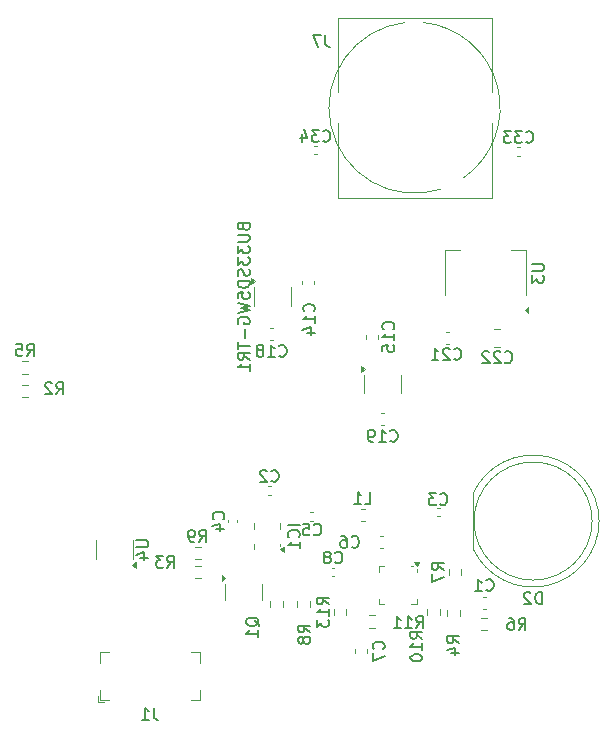
<source format=gbr>
%TF.GenerationSoftware,KiCad,Pcbnew,8.0.1-8.0.1-1~ubuntu22.04.1*%
%TF.CreationDate,2024-05-06T17:23:11+02:00*%
%TF.ProjectId,Pojet 1A,506f6a65-7420-4314-912e-6b696361645f,rev?*%
%TF.SameCoordinates,Original*%
%TF.FileFunction,Legend,Bot*%
%TF.FilePolarity,Positive*%
%FSLAX46Y46*%
G04 Gerber Fmt 4.6, Leading zero omitted, Abs format (unit mm)*
G04 Created by KiCad (PCBNEW 8.0.1-8.0.1-1~ubuntu22.04.1) date 2024-05-06 17:23:11*
%MOMM*%
%LPD*%
G01*
G04 APERTURE LIST*
%ADD10C,0.150000*%
%ADD11C,0.120000*%
G04 APERTURE END LIST*
D10*
X160242857Y-75799580D02*
X160290476Y-75847200D01*
X160290476Y-75847200D02*
X160433333Y-75894819D01*
X160433333Y-75894819D02*
X160528571Y-75894819D01*
X160528571Y-75894819D02*
X160671428Y-75847200D01*
X160671428Y-75847200D02*
X160766666Y-75751961D01*
X160766666Y-75751961D02*
X160814285Y-75656723D01*
X160814285Y-75656723D02*
X160861904Y-75466247D01*
X160861904Y-75466247D02*
X160861904Y-75323390D01*
X160861904Y-75323390D02*
X160814285Y-75132914D01*
X160814285Y-75132914D02*
X160766666Y-75037676D01*
X160766666Y-75037676D02*
X160671428Y-74942438D01*
X160671428Y-74942438D02*
X160528571Y-74894819D01*
X160528571Y-74894819D02*
X160433333Y-74894819D01*
X160433333Y-74894819D02*
X160290476Y-74942438D01*
X160290476Y-74942438D02*
X160242857Y-74990057D01*
X159909523Y-74894819D02*
X159290476Y-74894819D01*
X159290476Y-74894819D02*
X159623809Y-75275771D01*
X159623809Y-75275771D02*
X159480952Y-75275771D01*
X159480952Y-75275771D02*
X159385714Y-75323390D01*
X159385714Y-75323390D02*
X159338095Y-75371009D01*
X159338095Y-75371009D02*
X159290476Y-75466247D01*
X159290476Y-75466247D02*
X159290476Y-75704342D01*
X159290476Y-75704342D02*
X159338095Y-75799580D01*
X159338095Y-75799580D02*
X159385714Y-75847200D01*
X159385714Y-75847200D02*
X159480952Y-75894819D01*
X159480952Y-75894819D02*
X159766666Y-75894819D01*
X159766666Y-75894819D02*
X159861904Y-75847200D01*
X159861904Y-75847200D02*
X159909523Y-75799580D01*
X158433333Y-75228152D02*
X158433333Y-75894819D01*
X158671428Y-74847200D02*
X158909523Y-75561485D01*
X158909523Y-75561485D02*
X158290476Y-75561485D01*
X153501009Y-83095238D02*
X153548628Y-83238095D01*
X153548628Y-83238095D02*
X153596247Y-83285714D01*
X153596247Y-83285714D02*
X153691485Y-83333333D01*
X153691485Y-83333333D02*
X153834342Y-83333333D01*
X153834342Y-83333333D02*
X153929580Y-83285714D01*
X153929580Y-83285714D02*
X153977200Y-83238095D01*
X153977200Y-83238095D02*
X154024819Y-83142857D01*
X154024819Y-83142857D02*
X154024819Y-82761905D01*
X154024819Y-82761905D02*
X153024819Y-82761905D01*
X153024819Y-82761905D02*
X153024819Y-83095238D01*
X153024819Y-83095238D02*
X153072438Y-83190476D01*
X153072438Y-83190476D02*
X153120057Y-83238095D01*
X153120057Y-83238095D02*
X153215295Y-83285714D01*
X153215295Y-83285714D02*
X153310533Y-83285714D01*
X153310533Y-83285714D02*
X153405771Y-83238095D01*
X153405771Y-83238095D02*
X153453390Y-83190476D01*
X153453390Y-83190476D02*
X153501009Y-83095238D01*
X153501009Y-83095238D02*
X153501009Y-82761905D01*
X153024819Y-83761905D02*
X153834342Y-83761905D01*
X153834342Y-83761905D02*
X153929580Y-83809524D01*
X153929580Y-83809524D02*
X153977200Y-83857143D01*
X153977200Y-83857143D02*
X154024819Y-83952381D01*
X154024819Y-83952381D02*
X154024819Y-84142857D01*
X154024819Y-84142857D02*
X153977200Y-84238095D01*
X153977200Y-84238095D02*
X153929580Y-84285714D01*
X153929580Y-84285714D02*
X153834342Y-84333333D01*
X153834342Y-84333333D02*
X153024819Y-84333333D01*
X153024819Y-84714286D02*
X153024819Y-85333333D01*
X153024819Y-85333333D02*
X153405771Y-85000000D01*
X153405771Y-85000000D02*
X153405771Y-85142857D01*
X153405771Y-85142857D02*
X153453390Y-85238095D01*
X153453390Y-85238095D02*
X153501009Y-85285714D01*
X153501009Y-85285714D02*
X153596247Y-85333333D01*
X153596247Y-85333333D02*
X153834342Y-85333333D01*
X153834342Y-85333333D02*
X153929580Y-85285714D01*
X153929580Y-85285714D02*
X153977200Y-85238095D01*
X153977200Y-85238095D02*
X154024819Y-85142857D01*
X154024819Y-85142857D02*
X154024819Y-84857143D01*
X154024819Y-84857143D02*
X153977200Y-84761905D01*
X153977200Y-84761905D02*
X153929580Y-84714286D01*
X153024819Y-85666667D02*
X153024819Y-86285714D01*
X153024819Y-86285714D02*
X153405771Y-85952381D01*
X153405771Y-85952381D02*
X153405771Y-86095238D01*
X153405771Y-86095238D02*
X153453390Y-86190476D01*
X153453390Y-86190476D02*
X153501009Y-86238095D01*
X153501009Y-86238095D02*
X153596247Y-86285714D01*
X153596247Y-86285714D02*
X153834342Y-86285714D01*
X153834342Y-86285714D02*
X153929580Y-86238095D01*
X153929580Y-86238095D02*
X153977200Y-86190476D01*
X153977200Y-86190476D02*
X154024819Y-86095238D01*
X154024819Y-86095238D02*
X154024819Y-85809524D01*
X154024819Y-85809524D02*
X153977200Y-85714286D01*
X153977200Y-85714286D02*
X153929580Y-85666667D01*
X153977200Y-86666667D02*
X154024819Y-86809524D01*
X154024819Y-86809524D02*
X154024819Y-87047619D01*
X154024819Y-87047619D02*
X153977200Y-87142857D01*
X153977200Y-87142857D02*
X153929580Y-87190476D01*
X153929580Y-87190476D02*
X153834342Y-87238095D01*
X153834342Y-87238095D02*
X153739104Y-87238095D01*
X153739104Y-87238095D02*
X153643866Y-87190476D01*
X153643866Y-87190476D02*
X153596247Y-87142857D01*
X153596247Y-87142857D02*
X153548628Y-87047619D01*
X153548628Y-87047619D02*
X153501009Y-86857143D01*
X153501009Y-86857143D02*
X153453390Y-86761905D01*
X153453390Y-86761905D02*
X153405771Y-86714286D01*
X153405771Y-86714286D02*
X153310533Y-86666667D01*
X153310533Y-86666667D02*
X153215295Y-86666667D01*
X153215295Y-86666667D02*
X153120057Y-86714286D01*
X153120057Y-86714286D02*
X153072438Y-86761905D01*
X153072438Y-86761905D02*
X153024819Y-86857143D01*
X153024819Y-86857143D02*
X153024819Y-87095238D01*
X153024819Y-87095238D02*
X153072438Y-87238095D01*
X154024819Y-87666667D02*
X153024819Y-87666667D01*
X153024819Y-87666667D02*
X153024819Y-87904762D01*
X153024819Y-87904762D02*
X153072438Y-88047619D01*
X153072438Y-88047619D02*
X153167676Y-88142857D01*
X153167676Y-88142857D02*
X153262914Y-88190476D01*
X153262914Y-88190476D02*
X153453390Y-88238095D01*
X153453390Y-88238095D02*
X153596247Y-88238095D01*
X153596247Y-88238095D02*
X153786723Y-88190476D01*
X153786723Y-88190476D02*
X153881961Y-88142857D01*
X153881961Y-88142857D02*
X153977200Y-88047619D01*
X153977200Y-88047619D02*
X154024819Y-87904762D01*
X154024819Y-87904762D02*
X154024819Y-87666667D01*
X153024819Y-89142857D02*
X153024819Y-88666667D01*
X153024819Y-88666667D02*
X153501009Y-88619048D01*
X153501009Y-88619048D02*
X153453390Y-88666667D01*
X153453390Y-88666667D02*
X153405771Y-88761905D01*
X153405771Y-88761905D02*
X153405771Y-89000000D01*
X153405771Y-89000000D02*
X153453390Y-89095238D01*
X153453390Y-89095238D02*
X153501009Y-89142857D01*
X153501009Y-89142857D02*
X153596247Y-89190476D01*
X153596247Y-89190476D02*
X153834342Y-89190476D01*
X153834342Y-89190476D02*
X153929580Y-89142857D01*
X153929580Y-89142857D02*
X153977200Y-89095238D01*
X153977200Y-89095238D02*
X154024819Y-89000000D01*
X154024819Y-89000000D02*
X154024819Y-88761905D01*
X154024819Y-88761905D02*
X153977200Y-88666667D01*
X153977200Y-88666667D02*
X153929580Y-88619048D01*
X153024819Y-89523810D02*
X154024819Y-89761905D01*
X154024819Y-89761905D02*
X153310533Y-89952381D01*
X153310533Y-89952381D02*
X154024819Y-90142857D01*
X154024819Y-90142857D02*
X153024819Y-90380953D01*
X153072438Y-91285714D02*
X153024819Y-91190476D01*
X153024819Y-91190476D02*
X153024819Y-91047619D01*
X153024819Y-91047619D02*
X153072438Y-90904762D01*
X153072438Y-90904762D02*
X153167676Y-90809524D01*
X153167676Y-90809524D02*
X153262914Y-90761905D01*
X153262914Y-90761905D02*
X153453390Y-90714286D01*
X153453390Y-90714286D02*
X153596247Y-90714286D01*
X153596247Y-90714286D02*
X153786723Y-90761905D01*
X153786723Y-90761905D02*
X153881961Y-90809524D01*
X153881961Y-90809524D02*
X153977200Y-90904762D01*
X153977200Y-90904762D02*
X154024819Y-91047619D01*
X154024819Y-91047619D02*
X154024819Y-91142857D01*
X154024819Y-91142857D02*
X153977200Y-91285714D01*
X153977200Y-91285714D02*
X153929580Y-91333333D01*
X153929580Y-91333333D02*
X153596247Y-91333333D01*
X153596247Y-91333333D02*
X153596247Y-91142857D01*
X153643866Y-91761905D02*
X153643866Y-92523810D01*
X153024819Y-92857143D02*
X153024819Y-93428571D01*
X154024819Y-93142857D02*
X153024819Y-93142857D01*
X154024819Y-94333333D02*
X153548628Y-94000000D01*
X154024819Y-93761905D02*
X153024819Y-93761905D01*
X153024819Y-93761905D02*
X153024819Y-94142857D01*
X153024819Y-94142857D02*
X153072438Y-94238095D01*
X153072438Y-94238095D02*
X153120057Y-94285714D01*
X153120057Y-94285714D02*
X153215295Y-94333333D01*
X153215295Y-94333333D02*
X153358152Y-94333333D01*
X153358152Y-94333333D02*
X153453390Y-94285714D01*
X153453390Y-94285714D02*
X153501009Y-94238095D01*
X153501009Y-94238095D02*
X153548628Y-94142857D01*
X153548628Y-94142857D02*
X153548628Y-93761905D01*
X154024819Y-95285714D02*
X154024819Y-94714286D01*
X154024819Y-95000000D02*
X153024819Y-95000000D01*
X153024819Y-95000000D02*
X153167676Y-94904762D01*
X153167676Y-94904762D02*
X153262914Y-94809524D01*
X153262914Y-94809524D02*
X153310533Y-94714286D01*
X177442857Y-75899580D02*
X177490476Y-75947200D01*
X177490476Y-75947200D02*
X177633333Y-75994819D01*
X177633333Y-75994819D02*
X177728571Y-75994819D01*
X177728571Y-75994819D02*
X177871428Y-75947200D01*
X177871428Y-75947200D02*
X177966666Y-75851961D01*
X177966666Y-75851961D02*
X178014285Y-75756723D01*
X178014285Y-75756723D02*
X178061904Y-75566247D01*
X178061904Y-75566247D02*
X178061904Y-75423390D01*
X178061904Y-75423390D02*
X178014285Y-75232914D01*
X178014285Y-75232914D02*
X177966666Y-75137676D01*
X177966666Y-75137676D02*
X177871428Y-75042438D01*
X177871428Y-75042438D02*
X177728571Y-74994819D01*
X177728571Y-74994819D02*
X177633333Y-74994819D01*
X177633333Y-74994819D02*
X177490476Y-75042438D01*
X177490476Y-75042438D02*
X177442857Y-75090057D01*
X177109523Y-74994819D02*
X176490476Y-74994819D01*
X176490476Y-74994819D02*
X176823809Y-75375771D01*
X176823809Y-75375771D02*
X176680952Y-75375771D01*
X176680952Y-75375771D02*
X176585714Y-75423390D01*
X176585714Y-75423390D02*
X176538095Y-75471009D01*
X176538095Y-75471009D02*
X176490476Y-75566247D01*
X176490476Y-75566247D02*
X176490476Y-75804342D01*
X176490476Y-75804342D02*
X176538095Y-75899580D01*
X176538095Y-75899580D02*
X176585714Y-75947200D01*
X176585714Y-75947200D02*
X176680952Y-75994819D01*
X176680952Y-75994819D02*
X176966666Y-75994819D01*
X176966666Y-75994819D02*
X177061904Y-75947200D01*
X177061904Y-75947200D02*
X177109523Y-75899580D01*
X176157142Y-74994819D02*
X175538095Y-74994819D01*
X175538095Y-74994819D02*
X175871428Y-75375771D01*
X175871428Y-75375771D02*
X175728571Y-75375771D01*
X175728571Y-75375771D02*
X175633333Y-75423390D01*
X175633333Y-75423390D02*
X175585714Y-75471009D01*
X175585714Y-75471009D02*
X175538095Y-75566247D01*
X175538095Y-75566247D02*
X175538095Y-75804342D01*
X175538095Y-75804342D02*
X175585714Y-75899580D01*
X175585714Y-75899580D02*
X175633333Y-75947200D01*
X175633333Y-75947200D02*
X175728571Y-75994819D01*
X175728571Y-75994819D02*
X176014285Y-75994819D01*
X176014285Y-75994819D02*
X176109523Y-75947200D01*
X176109523Y-75947200D02*
X176157142Y-75899580D01*
X170166666Y-106559580D02*
X170214285Y-106607200D01*
X170214285Y-106607200D02*
X170357142Y-106654819D01*
X170357142Y-106654819D02*
X170452380Y-106654819D01*
X170452380Y-106654819D02*
X170595237Y-106607200D01*
X170595237Y-106607200D02*
X170690475Y-106511961D01*
X170690475Y-106511961D02*
X170738094Y-106416723D01*
X170738094Y-106416723D02*
X170785713Y-106226247D01*
X170785713Y-106226247D02*
X170785713Y-106083390D01*
X170785713Y-106083390D02*
X170738094Y-105892914D01*
X170738094Y-105892914D02*
X170690475Y-105797676D01*
X170690475Y-105797676D02*
X170595237Y-105702438D01*
X170595237Y-105702438D02*
X170452380Y-105654819D01*
X170452380Y-105654819D02*
X170357142Y-105654819D01*
X170357142Y-105654819D02*
X170214285Y-105702438D01*
X170214285Y-105702438D02*
X170166666Y-105750057D01*
X169833332Y-105654819D02*
X169214285Y-105654819D01*
X169214285Y-105654819D02*
X169547618Y-106035771D01*
X169547618Y-106035771D02*
X169404761Y-106035771D01*
X169404761Y-106035771D02*
X169309523Y-106083390D01*
X169309523Y-106083390D02*
X169261904Y-106131009D01*
X169261904Y-106131009D02*
X169214285Y-106226247D01*
X169214285Y-106226247D02*
X169214285Y-106464342D01*
X169214285Y-106464342D02*
X169261904Y-106559580D01*
X169261904Y-106559580D02*
X169309523Y-106607200D01*
X169309523Y-106607200D02*
X169404761Y-106654819D01*
X169404761Y-106654819D02*
X169690475Y-106654819D01*
X169690475Y-106654819D02*
X169785713Y-106607200D01*
X169785713Y-106607200D02*
X169833332Y-106559580D01*
X175642857Y-94539580D02*
X175690476Y-94587200D01*
X175690476Y-94587200D02*
X175833333Y-94634819D01*
X175833333Y-94634819D02*
X175928571Y-94634819D01*
X175928571Y-94634819D02*
X176071428Y-94587200D01*
X176071428Y-94587200D02*
X176166666Y-94491961D01*
X176166666Y-94491961D02*
X176214285Y-94396723D01*
X176214285Y-94396723D02*
X176261904Y-94206247D01*
X176261904Y-94206247D02*
X176261904Y-94063390D01*
X176261904Y-94063390D02*
X176214285Y-93872914D01*
X176214285Y-93872914D02*
X176166666Y-93777676D01*
X176166666Y-93777676D02*
X176071428Y-93682438D01*
X176071428Y-93682438D02*
X175928571Y-93634819D01*
X175928571Y-93634819D02*
X175833333Y-93634819D01*
X175833333Y-93634819D02*
X175690476Y-93682438D01*
X175690476Y-93682438D02*
X175642857Y-93730057D01*
X175261904Y-93730057D02*
X175214285Y-93682438D01*
X175214285Y-93682438D02*
X175119047Y-93634819D01*
X175119047Y-93634819D02*
X174880952Y-93634819D01*
X174880952Y-93634819D02*
X174785714Y-93682438D01*
X174785714Y-93682438D02*
X174738095Y-93730057D01*
X174738095Y-93730057D02*
X174690476Y-93825295D01*
X174690476Y-93825295D02*
X174690476Y-93920533D01*
X174690476Y-93920533D02*
X174738095Y-94063390D01*
X174738095Y-94063390D02*
X175309523Y-94634819D01*
X175309523Y-94634819D02*
X174690476Y-94634819D01*
X174309523Y-93730057D02*
X174261904Y-93682438D01*
X174261904Y-93682438D02*
X174166666Y-93634819D01*
X174166666Y-93634819D02*
X173928571Y-93634819D01*
X173928571Y-93634819D02*
X173833333Y-93682438D01*
X173833333Y-93682438D02*
X173785714Y-93730057D01*
X173785714Y-93730057D02*
X173738095Y-93825295D01*
X173738095Y-93825295D02*
X173738095Y-93920533D01*
X173738095Y-93920533D02*
X173785714Y-94063390D01*
X173785714Y-94063390D02*
X174357142Y-94634819D01*
X174357142Y-94634819D02*
X173738095Y-94634819D01*
X156542857Y-93989580D02*
X156590476Y-94037200D01*
X156590476Y-94037200D02*
X156733333Y-94084819D01*
X156733333Y-94084819D02*
X156828571Y-94084819D01*
X156828571Y-94084819D02*
X156971428Y-94037200D01*
X156971428Y-94037200D02*
X157066666Y-93941961D01*
X157066666Y-93941961D02*
X157114285Y-93846723D01*
X157114285Y-93846723D02*
X157161904Y-93656247D01*
X157161904Y-93656247D02*
X157161904Y-93513390D01*
X157161904Y-93513390D02*
X157114285Y-93322914D01*
X157114285Y-93322914D02*
X157066666Y-93227676D01*
X157066666Y-93227676D02*
X156971428Y-93132438D01*
X156971428Y-93132438D02*
X156828571Y-93084819D01*
X156828571Y-93084819D02*
X156733333Y-93084819D01*
X156733333Y-93084819D02*
X156590476Y-93132438D01*
X156590476Y-93132438D02*
X156542857Y-93180057D01*
X155590476Y-94084819D02*
X156161904Y-94084819D01*
X155876190Y-94084819D02*
X155876190Y-93084819D01*
X155876190Y-93084819D02*
X155971428Y-93227676D01*
X155971428Y-93227676D02*
X156066666Y-93322914D01*
X156066666Y-93322914D02*
X156161904Y-93370533D01*
X155019047Y-93513390D02*
X155114285Y-93465771D01*
X155114285Y-93465771D02*
X155161904Y-93418152D01*
X155161904Y-93418152D02*
X155209523Y-93322914D01*
X155209523Y-93322914D02*
X155209523Y-93275295D01*
X155209523Y-93275295D02*
X155161904Y-93180057D01*
X155161904Y-93180057D02*
X155114285Y-93132438D01*
X155114285Y-93132438D02*
X155019047Y-93084819D01*
X155019047Y-93084819D02*
X154828571Y-93084819D01*
X154828571Y-93084819D02*
X154733333Y-93132438D01*
X154733333Y-93132438D02*
X154685714Y-93180057D01*
X154685714Y-93180057D02*
X154638095Y-93275295D01*
X154638095Y-93275295D02*
X154638095Y-93322914D01*
X154638095Y-93322914D02*
X154685714Y-93418152D01*
X154685714Y-93418152D02*
X154733333Y-93465771D01*
X154733333Y-93465771D02*
X154828571Y-93513390D01*
X154828571Y-93513390D02*
X155019047Y-93513390D01*
X155019047Y-93513390D02*
X155114285Y-93561009D01*
X155114285Y-93561009D02*
X155161904Y-93608628D01*
X155161904Y-93608628D02*
X155209523Y-93703866D01*
X155209523Y-93703866D02*
X155209523Y-93894342D01*
X155209523Y-93894342D02*
X155161904Y-93989580D01*
X155161904Y-93989580D02*
X155114285Y-94037200D01*
X155114285Y-94037200D02*
X155019047Y-94084819D01*
X155019047Y-94084819D02*
X154828571Y-94084819D01*
X154828571Y-94084819D02*
X154733333Y-94037200D01*
X154733333Y-94037200D02*
X154685714Y-93989580D01*
X154685714Y-93989580D02*
X154638095Y-93894342D01*
X154638095Y-93894342D02*
X154638095Y-93703866D01*
X154638095Y-93703866D02*
X154685714Y-93608628D01*
X154685714Y-93608628D02*
X154733333Y-93561009D01*
X154733333Y-93561009D02*
X154828571Y-93513390D01*
X165942857Y-101189580D02*
X165990476Y-101237200D01*
X165990476Y-101237200D02*
X166133333Y-101284819D01*
X166133333Y-101284819D02*
X166228571Y-101284819D01*
X166228571Y-101284819D02*
X166371428Y-101237200D01*
X166371428Y-101237200D02*
X166466666Y-101141961D01*
X166466666Y-101141961D02*
X166514285Y-101046723D01*
X166514285Y-101046723D02*
X166561904Y-100856247D01*
X166561904Y-100856247D02*
X166561904Y-100713390D01*
X166561904Y-100713390D02*
X166514285Y-100522914D01*
X166514285Y-100522914D02*
X166466666Y-100427676D01*
X166466666Y-100427676D02*
X166371428Y-100332438D01*
X166371428Y-100332438D02*
X166228571Y-100284819D01*
X166228571Y-100284819D02*
X166133333Y-100284819D01*
X166133333Y-100284819D02*
X165990476Y-100332438D01*
X165990476Y-100332438D02*
X165942857Y-100380057D01*
X164990476Y-101284819D02*
X165561904Y-101284819D01*
X165276190Y-101284819D02*
X165276190Y-100284819D01*
X165276190Y-100284819D02*
X165371428Y-100427676D01*
X165371428Y-100427676D02*
X165466666Y-100522914D01*
X165466666Y-100522914D02*
X165561904Y-100570533D01*
X164514285Y-101284819D02*
X164323809Y-101284819D01*
X164323809Y-101284819D02*
X164228571Y-101237200D01*
X164228571Y-101237200D02*
X164180952Y-101189580D01*
X164180952Y-101189580D02*
X164085714Y-101046723D01*
X164085714Y-101046723D02*
X164038095Y-100856247D01*
X164038095Y-100856247D02*
X164038095Y-100475295D01*
X164038095Y-100475295D02*
X164085714Y-100380057D01*
X164085714Y-100380057D02*
X164133333Y-100332438D01*
X164133333Y-100332438D02*
X164228571Y-100284819D01*
X164228571Y-100284819D02*
X164419047Y-100284819D01*
X164419047Y-100284819D02*
X164514285Y-100332438D01*
X164514285Y-100332438D02*
X164561904Y-100380057D01*
X164561904Y-100380057D02*
X164609523Y-100475295D01*
X164609523Y-100475295D02*
X164609523Y-100713390D01*
X164609523Y-100713390D02*
X164561904Y-100808628D01*
X164561904Y-100808628D02*
X164514285Y-100856247D01*
X164514285Y-100856247D02*
X164419047Y-100903866D01*
X164419047Y-100903866D02*
X164228571Y-100903866D01*
X164228571Y-100903866D02*
X164133333Y-100856247D01*
X164133333Y-100856247D02*
X164085714Y-100808628D01*
X164085714Y-100808628D02*
X164038095Y-100713390D01*
X160433333Y-66854819D02*
X160433333Y-67569104D01*
X160433333Y-67569104D02*
X160480952Y-67711961D01*
X160480952Y-67711961D02*
X160576190Y-67807200D01*
X160576190Y-67807200D02*
X160719047Y-67854819D01*
X160719047Y-67854819D02*
X160814285Y-67854819D01*
X160052380Y-66854819D02*
X159385714Y-66854819D01*
X159385714Y-66854819D02*
X159814285Y-67854819D01*
X158274819Y-108311310D02*
X157274819Y-108311310D01*
X158179580Y-109358928D02*
X158227200Y-109311309D01*
X158227200Y-109311309D02*
X158274819Y-109168452D01*
X158274819Y-109168452D02*
X158274819Y-109073214D01*
X158274819Y-109073214D02*
X158227200Y-108930357D01*
X158227200Y-108930357D02*
X158131961Y-108835119D01*
X158131961Y-108835119D02*
X158036723Y-108787500D01*
X158036723Y-108787500D02*
X157846247Y-108739881D01*
X157846247Y-108739881D02*
X157703390Y-108739881D01*
X157703390Y-108739881D02*
X157512914Y-108787500D01*
X157512914Y-108787500D02*
X157417676Y-108835119D01*
X157417676Y-108835119D02*
X157322438Y-108930357D01*
X157322438Y-108930357D02*
X157274819Y-109073214D01*
X157274819Y-109073214D02*
X157274819Y-109168452D01*
X157274819Y-109168452D02*
X157322438Y-109311309D01*
X157322438Y-109311309D02*
X157370057Y-109358928D01*
X158274819Y-110311309D02*
X158274819Y-109739881D01*
X158274819Y-110025595D02*
X157274819Y-110025595D01*
X157274819Y-110025595D02*
X157417676Y-109930357D01*
X157417676Y-109930357D02*
X157512914Y-109835119D01*
X157512914Y-109835119D02*
X157560533Y-109739881D01*
X154850057Y-116904761D02*
X154802438Y-116809523D01*
X154802438Y-116809523D02*
X154707200Y-116714285D01*
X154707200Y-116714285D02*
X154564342Y-116571428D01*
X154564342Y-116571428D02*
X154516723Y-116476190D01*
X154516723Y-116476190D02*
X154516723Y-116380952D01*
X154754819Y-116428571D02*
X154707200Y-116333333D01*
X154707200Y-116333333D02*
X154611961Y-116238095D01*
X154611961Y-116238095D02*
X154421485Y-116190476D01*
X154421485Y-116190476D02*
X154088152Y-116190476D01*
X154088152Y-116190476D02*
X153897676Y-116238095D01*
X153897676Y-116238095D02*
X153802438Y-116333333D01*
X153802438Y-116333333D02*
X153754819Y-116428571D01*
X153754819Y-116428571D02*
X153754819Y-116619047D01*
X153754819Y-116619047D02*
X153802438Y-116714285D01*
X153802438Y-116714285D02*
X153897676Y-116809523D01*
X153897676Y-116809523D02*
X154088152Y-116857142D01*
X154088152Y-116857142D02*
X154421485Y-116857142D01*
X154421485Y-116857142D02*
X154611961Y-116809523D01*
X154611961Y-116809523D02*
X154707200Y-116714285D01*
X154707200Y-116714285D02*
X154754819Y-116619047D01*
X154754819Y-116619047D02*
X154754819Y-116428571D01*
X154754819Y-117809523D02*
X154754819Y-117238095D01*
X154754819Y-117523809D02*
X153754819Y-117523809D01*
X153754819Y-117523809D02*
X153897676Y-117428571D01*
X153897676Y-117428571D02*
X153992914Y-117333333D01*
X153992914Y-117333333D02*
X154040533Y-117238095D01*
X170454819Y-112133333D02*
X169978628Y-111800000D01*
X170454819Y-111561905D02*
X169454819Y-111561905D01*
X169454819Y-111561905D02*
X169454819Y-111942857D01*
X169454819Y-111942857D02*
X169502438Y-112038095D01*
X169502438Y-112038095D02*
X169550057Y-112085714D01*
X169550057Y-112085714D02*
X169645295Y-112133333D01*
X169645295Y-112133333D02*
X169788152Y-112133333D01*
X169788152Y-112133333D02*
X169883390Y-112085714D01*
X169883390Y-112085714D02*
X169931009Y-112038095D01*
X169931009Y-112038095D02*
X169978628Y-111942857D01*
X169978628Y-111942857D02*
X169978628Y-111561905D01*
X169454819Y-112466667D02*
X169454819Y-113133333D01*
X169454819Y-113133333D02*
X170454819Y-112704762D01*
X174066666Y-113829580D02*
X174114285Y-113877200D01*
X174114285Y-113877200D02*
X174257142Y-113924819D01*
X174257142Y-113924819D02*
X174352380Y-113924819D01*
X174352380Y-113924819D02*
X174495237Y-113877200D01*
X174495237Y-113877200D02*
X174590475Y-113781961D01*
X174590475Y-113781961D02*
X174638094Y-113686723D01*
X174638094Y-113686723D02*
X174685713Y-113496247D01*
X174685713Y-113496247D02*
X174685713Y-113353390D01*
X174685713Y-113353390D02*
X174638094Y-113162914D01*
X174638094Y-113162914D02*
X174590475Y-113067676D01*
X174590475Y-113067676D02*
X174495237Y-112972438D01*
X174495237Y-112972438D02*
X174352380Y-112924819D01*
X174352380Y-112924819D02*
X174257142Y-112924819D01*
X174257142Y-112924819D02*
X174114285Y-112972438D01*
X174114285Y-112972438D02*
X174066666Y-113020057D01*
X173114285Y-113924819D02*
X173685713Y-113924819D01*
X173399999Y-113924819D02*
X173399999Y-112924819D01*
X173399999Y-112924819D02*
X173495237Y-113067676D01*
X173495237Y-113067676D02*
X173590475Y-113162914D01*
X173590475Y-113162914D02*
X173685713Y-113210533D01*
X176816666Y-117204819D02*
X177149999Y-116728628D01*
X177388094Y-117204819D02*
X177388094Y-116204819D01*
X177388094Y-116204819D02*
X177007142Y-116204819D01*
X177007142Y-116204819D02*
X176911904Y-116252438D01*
X176911904Y-116252438D02*
X176864285Y-116300057D01*
X176864285Y-116300057D02*
X176816666Y-116395295D01*
X176816666Y-116395295D02*
X176816666Y-116538152D01*
X176816666Y-116538152D02*
X176864285Y-116633390D01*
X176864285Y-116633390D02*
X176911904Y-116681009D01*
X176911904Y-116681009D02*
X177007142Y-116728628D01*
X177007142Y-116728628D02*
X177388094Y-116728628D01*
X175959523Y-116204819D02*
X176149999Y-116204819D01*
X176149999Y-116204819D02*
X176245237Y-116252438D01*
X176245237Y-116252438D02*
X176292856Y-116300057D01*
X176292856Y-116300057D02*
X176388094Y-116442914D01*
X176388094Y-116442914D02*
X176435713Y-116633390D01*
X176435713Y-116633390D02*
X176435713Y-117014342D01*
X176435713Y-117014342D02*
X176388094Y-117109580D01*
X176388094Y-117109580D02*
X176340475Y-117157200D01*
X176340475Y-117157200D02*
X176245237Y-117204819D01*
X176245237Y-117204819D02*
X176054761Y-117204819D01*
X176054761Y-117204819D02*
X175959523Y-117157200D01*
X175959523Y-117157200D02*
X175911904Y-117109580D01*
X175911904Y-117109580D02*
X175864285Y-117014342D01*
X175864285Y-117014342D02*
X175864285Y-116776247D01*
X175864285Y-116776247D02*
X175911904Y-116681009D01*
X175911904Y-116681009D02*
X175959523Y-116633390D01*
X175959523Y-116633390D02*
X176054761Y-116585771D01*
X176054761Y-116585771D02*
X176245237Y-116585771D01*
X176245237Y-116585771D02*
X176340475Y-116633390D01*
X176340475Y-116633390D02*
X176388094Y-116681009D01*
X176388094Y-116681009D02*
X176435713Y-116776247D01*
X171342857Y-94259580D02*
X171390476Y-94307200D01*
X171390476Y-94307200D02*
X171533333Y-94354819D01*
X171533333Y-94354819D02*
X171628571Y-94354819D01*
X171628571Y-94354819D02*
X171771428Y-94307200D01*
X171771428Y-94307200D02*
X171866666Y-94211961D01*
X171866666Y-94211961D02*
X171914285Y-94116723D01*
X171914285Y-94116723D02*
X171961904Y-93926247D01*
X171961904Y-93926247D02*
X171961904Y-93783390D01*
X171961904Y-93783390D02*
X171914285Y-93592914D01*
X171914285Y-93592914D02*
X171866666Y-93497676D01*
X171866666Y-93497676D02*
X171771428Y-93402438D01*
X171771428Y-93402438D02*
X171628571Y-93354819D01*
X171628571Y-93354819D02*
X171533333Y-93354819D01*
X171533333Y-93354819D02*
X171390476Y-93402438D01*
X171390476Y-93402438D02*
X171342857Y-93450057D01*
X170961904Y-93450057D02*
X170914285Y-93402438D01*
X170914285Y-93402438D02*
X170819047Y-93354819D01*
X170819047Y-93354819D02*
X170580952Y-93354819D01*
X170580952Y-93354819D02*
X170485714Y-93402438D01*
X170485714Y-93402438D02*
X170438095Y-93450057D01*
X170438095Y-93450057D02*
X170390476Y-93545295D01*
X170390476Y-93545295D02*
X170390476Y-93640533D01*
X170390476Y-93640533D02*
X170438095Y-93783390D01*
X170438095Y-93783390D02*
X171009523Y-94354819D01*
X171009523Y-94354819D02*
X170390476Y-94354819D01*
X169438095Y-94354819D02*
X170009523Y-94354819D01*
X169723809Y-94354819D02*
X169723809Y-93354819D01*
X169723809Y-93354819D02*
X169819047Y-93497676D01*
X169819047Y-93497676D02*
X169914285Y-93592914D01*
X169914285Y-93592914D02*
X170009523Y-93640533D01*
X178768094Y-115014819D02*
X178768094Y-114014819D01*
X178768094Y-114014819D02*
X178529999Y-114014819D01*
X178529999Y-114014819D02*
X178387142Y-114062438D01*
X178387142Y-114062438D02*
X178291904Y-114157676D01*
X178291904Y-114157676D02*
X178244285Y-114252914D01*
X178244285Y-114252914D02*
X178196666Y-114443390D01*
X178196666Y-114443390D02*
X178196666Y-114586247D01*
X178196666Y-114586247D02*
X178244285Y-114776723D01*
X178244285Y-114776723D02*
X178291904Y-114871961D01*
X178291904Y-114871961D02*
X178387142Y-114967200D01*
X178387142Y-114967200D02*
X178529999Y-115014819D01*
X178529999Y-115014819D02*
X178768094Y-115014819D01*
X177815713Y-114110057D02*
X177768094Y-114062438D01*
X177768094Y-114062438D02*
X177672856Y-114014819D01*
X177672856Y-114014819D02*
X177434761Y-114014819D01*
X177434761Y-114014819D02*
X177339523Y-114062438D01*
X177339523Y-114062438D02*
X177291904Y-114110057D01*
X177291904Y-114110057D02*
X177244285Y-114205295D01*
X177244285Y-114205295D02*
X177244285Y-114300533D01*
X177244285Y-114300533D02*
X177291904Y-114443390D01*
X177291904Y-114443390D02*
X177863332Y-115014819D01*
X177863332Y-115014819D02*
X177244285Y-115014819D01*
X168654819Y-117957142D02*
X168178628Y-117623809D01*
X168654819Y-117385714D02*
X167654819Y-117385714D01*
X167654819Y-117385714D02*
X167654819Y-117766666D01*
X167654819Y-117766666D02*
X167702438Y-117861904D01*
X167702438Y-117861904D02*
X167750057Y-117909523D01*
X167750057Y-117909523D02*
X167845295Y-117957142D01*
X167845295Y-117957142D02*
X167988152Y-117957142D01*
X167988152Y-117957142D02*
X168083390Y-117909523D01*
X168083390Y-117909523D02*
X168131009Y-117861904D01*
X168131009Y-117861904D02*
X168178628Y-117766666D01*
X168178628Y-117766666D02*
X168178628Y-117385714D01*
X168654819Y-118909523D02*
X168654819Y-118338095D01*
X168654819Y-118623809D02*
X167654819Y-118623809D01*
X167654819Y-118623809D02*
X167797676Y-118528571D01*
X167797676Y-118528571D02*
X167892914Y-118433333D01*
X167892914Y-118433333D02*
X167940533Y-118338095D01*
X167654819Y-119528571D02*
X167654819Y-119623809D01*
X167654819Y-119623809D02*
X167702438Y-119719047D01*
X167702438Y-119719047D02*
X167750057Y-119766666D01*
X167750057Y-119766666D02*
X167845295Y-119814285D01*
X167845295Y-119814285D02*
X168035771Y-119861904D01*
X168035771Y-119861904D02*
X168273866Y-119861904D01*
X168273866Y-119861904D02*
X168464342Y-119814285D01*
X168464342Y-119814285D02*
X168559580Y-119766666D01*
X168559580Y-119766666D02*
X168607200Y-119719047D01*
X168607200Y-119719047D02*
X168654819Y-119623809D01*
X168654819Y-119623809D02*
X168654819Y-119528571D01*
X168654819Y-119528571D02*
X168607200Y-119433333D01*
X168607200Y-119433333D02*
X168559580Y-119385714D01*
X168559580Y-119385714D02*
X168464342Y-119338095D01*
X168464342Y-119338095D02*
X168273866Y-119290476D01*
X168273866Y-119290476D02*
X168035771Y-119290476D01*
X168035771Y-119290476D02*
X167845295Y-119338095D01*
X167845295Y-119338095D02*
X167750057Y-119385714D01*
X167750057Y-119385714D02*
X167702438Y-119433333D01*
X167702438Y-119433333D02*
X167654819Y-119528571D01*
X155866666Y-104599580D02*
X155914285Y-104647200D01*
X155914285Y-104647200D02*
X156057142Y-104694819D01*
X156057142Y-104694819D02*
X156152380Y-104694819D01*
X156152380Y-104694819D02*
X156295237Y-104647200D01*
X156295237Y-104647200D02*
X156390475Y-104551961D01*
X156390475Y-104551961D02*
X156438094Y-104456723D01*
X156438094Y-104456723D02*
X156485713Y-104266247D01*
X156485713Y-104266247D02*
X156485713Y-104123390D01*
X156485713Y-104123390D02*
X156438094Y-103932914D01*
X156438094Y-103932914D02*
X156390475Y-103837676D01*
X156390475Y-103837676D02*
X156295237Y-103742438D01*
X156295237Y-103742438D02*
X156152380Y-103694819D01*
X156152380Y-103694819D02*
X156057142Y-103694819D01*
X156057142Y-103694819D02*
X155914285Y-103742438D01*
X155914285Y-103742438D02*
X155866666Y-103790057D01*
X155485713Y-103790057D02*
X155438094Y-103742438D01*
X155438094Y-103742438D02*
X155342856Y-103694819D01*
X155342856Y-103694819D02*
X155104761Y-103694819D01*
X155104761Y-103694819D02*
X155009523Y-103742438D01*
X155009523Y-103742438D02*
X154961904Y-103790057D01*
X154961904Y-103790057D02*
X154914285Y-103885295D01*
X154914285Y-103885295D02*
X154914285Y-103980533D01*
X154914285Y-103980533D02*
X154961904Y-104123390D01*
X154961904Y-104123390D02*
X155533332Y-104694819D01*
X155533332Y-104694819D02*
X154914285Y-104694819D01*
X159466666Y-109119580D02*
X159514285Y-109167200D01*
X159514285Y-109167200D02*
X159657142Y-109214819D01*
X159657142Y-109214819D02*
X159752380Y-109214819D01*
X159752380Y-109214819D02*
X159895237Y-109167200D01*
X159895237Y-109167200D02*
X159990475Y-109071961D01*
X159990475Y-109071961D02*
X160038094Y-108976723D01*
X160038094Y-108976723D02*
X160085713Y-108786247D01*
X160085713Y-108786247D02*
X160085713Y-108643390D01*
X160085713Y-108643390D02*
X160038094Y-108452914D01*
X160038094Y-108452914D02*
X159990475Y-108357676D01*
X159990475Y-108357676D02*
X159895237Y-108262438D01*
X159895237Y-108262438D02*
X159752380Y-108214819D01*
X159752380Y-108214819D02*
X159657142Y-108214819D01*
X159657142Y-108214819D02*
X159514285Y-108262438D01*
X159514285Y-108262438D02*
X159466666Y-108310057D01*
X158561904Y-108214819D02*
X159038094Y-108214819D01*
X159038094Y-108214819D02*
X159085713Y-108691009D01*
X159085713Y-108691009D02*
X159038094Y-108643390D01*
X159038094Y-108643390D02*
X158942856Y-108595771D01*
X158942856Y-108595771D02*
X158704761Y-108595771D01*
X158704761Y-108595771D02*
X158609523Y-108643390D01*
X158609523Y-108643390D02*
X158561904Y-108691009D01*
X158561904Y-108691009D02*
X158514285Y-108786247D01*
X158514285Y-108786247D02*
X158514285Y-109024342D01*
X158514285Y-109024342D02*
X158561904Y-109119580D01*
X158561904Y-109119580D02*
X158609523Y-109167200D01*
X158609523Y-109167200D02*
X158704761Y-109214819D01*
X158704761Y-109214819D02*
X158942856Y-109214819D01*
X158942856Y-109214819D02*
X159038094Y-109167200D01*
X159038094Y-109167200D02*
X159085713Y-109119580D01*
X168142857Y-117054819D02*
X168476190Y-116578628D01*
X168714285Y-117054819D02*
X168714285Y-116054819D01*
X168714285Y-116054819D02*
X168333333Y-116054819D01*
X168333333Y-116054819D02*
X168238095Y-116102438D01*
X168238095Y-116102438D02*
X168190476Y-116150057D01*
X168190476Y-116150057D02*
X168142857Y-116245295D01*
X168142857Y-116245295D02*
X168142857Y-116388152D01*
X168142857Y-116388152D02*
X168190476Y-116483390D01*
X168190476Y-116483390D02*
X168238095Y-116531009D01*
X168238095Y-116531009D02*
X168333333Y-116578628D01*
X168333333Y-116578628D02*
X168714285Y-116578628D01*
X167190476Y-117054819D02*
X167761904Y-117054819D01*
X167476190Y-117054819D02*
X167476190Y-116054819D01*
X167476190Y-116054819D02*
X167571428Y-116197676D01*
X167571428Y-116197676D02*
X167666666Y-116292914D01*
X167666666Y-116292914D02*
X167761904Y-116340533D01*
X166238095Y-117054819D02*
X166809523Y-117054819D01*
X166523809Y-117054819D02*
X166523809Y-116054819D01*
X166523809Y-116054819D02*
X166619047Y-116197676D01*
X166619047Y-116197676D02*
X166714285Y-116292914D01*
X166714285Y-116292914D02*
X166809523Y-116340533D01*
X166189580Y-91757142D02*
X166237200Y-91709523D01*
X166237200Y-91709523D02*
X166284819Y-91566666D01*
X166284819Y-91566666D02*
X166284819Y-91471428D01*
X166284819Y-91471428D02*
X166237200Y-91328571D01*
X166237200Y-91328571D02*
X166141961Y-91233333D01*
X166141961Y-91233333D02*
X166046723Y-91185714D01*
X166046723Y-91185714D02*
X165856247Y-91138095D01*
X165856247Y-91138095D02*
X165713390Y-91138095D01*
X165713390Y-91138095D02*
X165522914Y-91185714D01*
X165522914Y-91185714D02*
X165427676Y-91233333D01*
X165427676Y-91233333D02*
X165332438Y-91328571D01*
X165332438Y-91328571D02*
X165284819Y-91471428D01*
X165284819Y-91471428D02*
X165284819Y-91566666D01*
X165284819Y-91566666D02*
X165332438Y-91709523D01*
X165332438Y-91709523D02*
X165380057Y-91757142D01*
X166284819Y-92709523D02*
X166284819Y-92138095D01*
X166284819Y-92423809D02*
X165284819Y-92423809D01*
X165284819Y-92423809D02*
X165427676Y-92328571D01*
X165427676Y-92328571D02*
X165522914Y-92233333D01*
X165522914Y-92233333D02*
X165570533Y-92138095D01*
X165284819Y-93614285D02*
X165284819Y-93138095D01*
X165284819Y-93138095D02*
X165761009Y-93090476D01*
X165761009Y-93090476D02*
X165713390Y-93138095D01*
X165713390Y-93138095D02*
X165665771Y-93233333D01*
X165665771Y-93233333D02*
X165665771Y-93471428D01*
X165665771Y-93471428D02*
X165713390Y-93566666D01*
X165713390Y-93566666D02*
X165761009Y-93614285D01*
X165761009Y-93614285D02*
X165856247Y-93661904D01*
X165856247Y-93661904D02*
X166094342Y-93661904D01*
X166094342Y-93661904D02*
X166189580Y-93614285D01*
X166189580Y-93614285D02*
X166237200Y-93566666D01*
X166237200Y-93566666D02*
X166284819Y-93471428D01*
X166284819Y-93471428D02*
X166284819Y-93233333D01*
X166284819Y-93233333D02*
X166237200Y-93138095D01*
X166237200Y-93138095D02*
X166189580Y-93090476D01*
X177954819Y-86238095D02*
X178764342Y-86238095D01*
X178764342Y-86238095D02*
X178859580Y-86285714D01*
X178859580Y-86285714D02*
X178907200Y-86333333D01*
X178907200Y-86333333D02*
X178954819Y-86428571D01*
X178954819Y-86428571D02*
X178954819Y-86619047D01*
X178954819Y-86619047D02*
X178907200Y-86714285D01*
X178907200Y-86714285D02*
X178859580Y-86761904D01*
X178859580Y-86761904D02*
X178764342Y-86809523D01*
X178764342Y-86809523D02*
X177954819Y-86809523D01*
X177954819Y-87190476D02*
X177954819Y-87809523D01*
X177954819Y-87809523D02*
X178335771Y-87476190D01*
X178335771Y-87476190D02*
X178335771Y-87619047D01*
X178335771Y-87619047D02*
X178383390Y-87714285D01*
X178383390Y-87714285D02*
X178431009Y-87761904D01*
X178431009Y-87761904D02*
X178526247Y-87809523D01*
X178526247Y-87809523D02*
X178764342Y-87809523D01*
X178764342Y-87809523D02*
X178859580Y-87761904D01*
X178859580Y-87761904D02*
X178907200Y-87714285D01*
X178907200Y-87714285D02*
X178954819Y-87619047D01*
X178954819Y-87619047D02*
X178954819Y-87333333D01*
X178954819Y-87333333D02*
X178907200Y-87238095D01*
X178907200Y-87238095D02*
X178859580Y-87190476D01*
X159154819Y-117420833D02*
X158678628Y-117087500D01*
X159154819Y-116849405D02*
X158154819Y-116849405D01*
X158154819Y-116849405D02*
X158154819Y-117230357D01*
X158154819Y-117230357D02*
X158202438Y-117325595D01*
X158202438Y-117325595D02*
X158250057Y-117373214D01*
X158250057Y-117373214D02*
X158345295Y-117420833D01*
X158345295Y-117420833D02*
X158488152Y-117420833D01*
X158488152Y-117420833D02*
X158583390Y-117373214D01*
X158583390Y-117373214D02*
X158631009Y-117325595D01*
X158631009Y-117325595D02*
X158678628Y-117230357D01*
X158678628Y-117230357D02*
X158678628Y-116849405D01*
X158583390Y-117992262D02*
X158535771Y-117897024D01*
X158535771Y-117897024D02*
X158488152Y-117849405D01*
X158488152Y-117849405D02*
X158392914Y-117801786D01*
X158392914Y-117801786D02*
X158345295Y-117801786D01*
X158345295Y-117801786D02*
X158250057Y-117849405D01*
X158250057Y-117849405D02*
X158202438Y-117897024D01*
X158202438Y-117897024D02*
X158154819Y-117992262D01*
X158154819Y-117992262D02*
X158154819Y-118182738D01*
X158154819Y-118182738D02*
X158202438Y-118277976D01*
X158202438Y-118277976D02*
X158250057Y-118325595D01*
X158250057Y-118325595D02*
X158345295Y-118373214D01*
X158345295Y-118373214D02*
X158392914Y-118373214D01*
X158392914Y-118373214D02*
X158488152Y-118325595D01*
X158488152Y-118325595D02*
X158535771Y-118277976D01*
X158535771Y-118277976D02*
X158583390Y-118182738D01*
X158583390Y-118182738D02*
X158583390Y-117992262D01*
X158583390Y-117992262D02*
X158631009Y-117897024D01*
X158631009Y-117897024D02*
X158678628Y-117849405D01*
X158678628Y-117849405D02*
X158773866Y-117801786D01*
X158773866Y-117801786D02*
X158964342Y-117801786D01*
X158964342Y-117801786D02*
X159059580Y-117849405D01*
X159059580Y-117849405D02*
X159107200Y-117897024D01*
X159107200Y-117897024D02*
X159154819Y-117992262D01*
X159154819Y-117992262D02*
X159154819Y-118182738D01*
X159154819Y-118182738D02*
X159107200Y-118277976D01*
X159107200Y-118277976D02*
X159059580Y-118325595D01*
X159059580Y-118325595D02*
X158964342Y-118373214D01*
X158964342Y-118373214D02*
X158773866Y-118373214D01*
X158773866Y-118373214D02*
X158678628Y-118325595D01*
X158678628Y-118325595D02*
X158631009Y-118277976D01*
X158631009Y-118277976D02*
X158583390Y-118182738D01*
X137666666Y-97254819D02*
X137999999Y-96778628D01*
X138238094Y-97254819D02*
X138238094Y-96254819D01*
X138238094Y-96254819D02*
X137857142Y-96254819D01*
X137857142Y-96254819D02*
X137761904Y-96302438D01*
X137761904Y-96302438D02*
X137714285Y-96350057D01*
X137714285Y-96350057D02*
X137666666Y-96445295D01*
X137666666Y-96445295D02*
X137666666Y-96588152D01*
X137666666Y-96588152D02*
X137714285Y-96683390D01*
X137714285Y-96683390D02*
X137761904Y-96731009D01*
X137761904Y-96731009D02*
X137857142Y-96778628D01*
X137857142Y-96778628D02*
X138238094Y-96778628D01*
X137285713Y-96350057D02*
X137238094Y-96302438D01*
X137238094Y-96302438D02*
X137142856Y-96254819D01*
X137142856Y-96254819D02*
X136904761Y-96254819D01*
X136904761Y-96254819D02*
X136809523Y-96302438D01*
X136809523Y-96302438D02*
X136761904Y-96350057D01*
X136761904Y-96350057D02*
X136714285Y-96445295D01*
X136714285Y-96445295D02*
X136714285Y-96540533D01*
X136714285Y-96540533D02*
X136761904Y-96683390D01*
X136761904Y-96683390D02*
X137333332Y-97254819D01*
X137333332Y-97254819D02*
X136714285Y-97254819D01*
X159459580Y-90257142D02*
X159507200Y-90209523D01*
X159507200Y-90209523D02*
X159554819Y-90066666D01*
X159554819Y-90066666D02*
X159554819Y-89971428D01*
X159554819Y-89971428D02*
X159507200Y-89828571D01*
X159507200Y-89828571D02*
X159411961Y-89733333D01*
X159411961Y-89733333D02*
X159316723Y-89685714D01*
X159316723Y-89685714D02*
X159126247Y-89638095D01*
X159126247Y-89638095D02*
X158983390Y-89638095D01*
X158983390Y-89638095D02*
X158792914Y-89685714D01*
X158792914Y-89685714D02*
X158697676Y-89733333D01*
X158697676Y-89733333D02*
X158602438Y-89828571D01*
X158602438Y-89828571D02*
X158554819Y-89971428D01*
X158554819Y-89971428D02*
X158554819Y-90066666D01*
X158554819Y-90066666D02*
X158602438Y-90209523D01*
X158602438Y-90209523D02*
X158650057Y-90257142D01*
X159554819Y-91209523D02*
X159554819Y-90638095D01*
X159554819Y-90923809D02*
X158554819Y-90923809D01*
X158554819Y-90923809D02*
X158697676Y-90828571D01*
X158697676Y-90828571D02*
X158792914Y-90733333D01*
X158792914Y-90733333D02*
X158840533Y-90638095D01*
X158888152Y-92066666D02*
X159554819Y-92066666D01*
X158507200Y-91828571D02*
X159221485Y-91590476D01*
X159221485Y-91590476D02*
X159221485Y-92209523D01*
X147066666Y-111954819D02*
X147399999Y-111478628D01*
X147638094Y-111954819D02*
X147638094Y-110954819D01*
X147638094Y-110954819D02*
X147257142Y-110954819D01*
X147257142Y-110954819D02*
X147161904Y-111002438D01*
X147161904Y-111002438D02*
X147114285Y-111050057D01*
X147114285Y-111050057D02*
X147066666Y-111145295D01*
X147066666Y-111145295D02*
X147066666Y-111288152D01*
X147066666Y-111288152D02*
X147114285Y-111383390D01*
X147114285Y-111383390D02*
X147161904Y-111431009D01*
X147161904Y-111431009D02*
X147257142Y-111478628D01*
X147257142Y-111478628D02*
X147638094Y-111478628D01*
X146733332Y-110954819D02*
X146114285Y-110954819D01*
X146114285Y-110954819D02*
X146447618Y-111335771D01*
X146447618Y-111335771D02*
X146304761Y-111335771D01*
X146304761Y-111335771D02*
X146209523Y-111383390D01*
X146209523Y-111383390D02*
X146161904Y-111431009D01*
X146161904Y-111431009D02*
X146114285Y-111526247D01*
X146114285Y-111526247D02*
X146114285Y-111764342D01*
X146114285Y-111764342D02*
X146161904Y-111859580D01*
X146161904Y-111859580D02*
X146209523Y-111907200D01*
X146209523Y-111907200D02*
X146304761Y-111954819D01*
X146304761Y-111954819D02*
X146590475Y-111954819D01*
X146590475Y-111954819D02*
X146685713Y-111907200D01*
X146685713Y-111907200D02*
X146733332Y-111859580D01*
X144454819Y-109638095D02*
X145264342Y-109638095D01*
X145264342Y-109638095D02*
X145359580Y-109685714D01*
X145359580Y-109685714D02*
X145407200Y-109733333D01*
X145407200Y-109733333D02*
X145454819Y-109828571D01*
X145454819Y-109828571D02*
X145454819Y-110019047D01*
X145454819Y-110019047D02*
X145407200Y-110114285D01*
X145407200Y-110114285D02*
X145359580Y-110161904D01*
X145359580Y-110161904D02*
X145264342Y-110209523D01*
X145264342Y-110209523D02*
X144454819Y-110209523D01*
X144788152Y-111114285D02*
X145454819Y-111114285D01*
X144407200Y-110876190D02*
X145121485Y-110638095D01*
X145121485Y-110638095D02*
X145121485Y-111257142D01*
X165359580Y-118833333D02*
X165407200Y-118785714D01*
X165407200Y-118785714D02*
X165454819Y-118642857D01*
X165454819Y-118642857D02*
X165454819Y-118547619D01*
X165454819Y-118547619D02*
X165407200Y-118404762D01*
X165407200Y-118404762D02*
X165311961Y-118309524D01*
X165311961Y-118309524D02*
X165216723Y-118261905D01*
X165216723Y-118261905D02*
X165026247Y-118214286D01*
X165026247Y-118214286D02*
X164883390Y-118214286D01*
X164883390Y-118214286D02*
X164692914Y-118261905D01*
X164692914Y-118261905D02*
X164597676Y-118309524D01*
X164597676Y-118309524D02*
X164502438Y-118404762D01*
X164502438Y-118404762D02*
X164454819Y-118547619D01*
X164454819Y-118547619D02*
X164454819Y-118642857D01*
X164454819Y-118642857D02*
X164502438Y-118785714D01*
X164502438Y-118785714D02*
X164550057Y-118833333D01*
X164454819Y-119166667D02*
X164454819Y-119833333D01*
X164454819Y-119833333D02*
X165454819Y-119404762D01*
X145933333Y-123804819D02*
X145933333Y-124519104D01*
X145933333Y-124519104D02*
X145980952Y-124661961D01*
X145980952Y-124661961D02*
X146076190Y-124757200D01*
X146076190Y-124757200D02*
X146219047Y-124804819D01*
X146219047Y-124804819D02*
X146314285Y-124804819D01*
X144933333Y-124804819D02*
X145504761Y-124804819D01*
X145219047Y-124804819D02*
X145219047Y-123804819D01*
X145219047Y-123804819D02*
X145314285Y-123947676D01*
X145314285Y-123947676D02*
X145409523Y-124042914D01*
X145409523Y-124042914D02*
X145504761Y-124090533D01*
X160724819Y-115057142D02*
X160248628Y-114723809D01*
X160724819Y-114485714D02*
X159724819Y-114485714D01*
X159724819Y-114485714D02*
X159724819Y-114866666D01*
X159724819Y-114866666D02*
X159772438Y-114961904D01*
X159772438Y-114961904D02*
X159820057Y-115009523D01*
X159820057Y-115009523D02*
X159915295Y-115057142D01*
X159915295Y-115057142D02*
X160058152Y-115057142D01*
X160058152Y-115057142D02*
X160153390Y-115009523D01*
X160153390Y-115009523D02*
X160201009Y-114961904D01*
X160201009Y-114961904D02*
X160248628Y-114866666D01*
X160248628Y-114866666D02*
X160248628Y-114485714D01*
X160724819Y-116009523D02*
X160724819Y-115438095D01*
X160724819Y-115723809D02*
X159724819Y-115723809D01*
X159724819Y-115723809D02*
X159867676Y-115628571D01*
X159867676Y-115628571D02*
X159962914Y-115533333D01*
X159962914Y-115533333D02*
X160010533Y-115438095D01*
X159724819Y-116342857D02*
X159724819Y-116961904D01*
X159724819Y-116961904D02*
X160105771Y-116628571D01*
X160105771Y-116628571D02*
X160105771Y-116771428D01*
X160105771Y-116771428D02*
X160153390Y-116866666D01*
X160153390Y-116866666D02*
X160201009Y-116914285D01*
X160201009Y-116914285D02*
X160296247Y-116961904D01*
X160296247Y-116961904D02*
X160534342Y-116961904D01*
X160534342Y-116961904D02*
X160629580Y-116914285D01*
X160629580Y-116914285D02*
X160677200Y-116866666D01*
X160677200Y-116866666D02*
X160724819Y-116771428D01*
X160724819Y-116771428D02*
X160724819Y-116485714D01*
X160724819Y-116485714D02*
X160677200Y-116390476D01*
X160677200Y-116390476D02*
X160629580Y-116342857D01*
X161266666Y-111499580D02*
X161314285Y-111547200D01*
X161314285Y-111547200D02*
X161457142Y-111594819D01*
X161457142Y-111594819D02*
X161552380Y-111594819D01*
X161552380Y-111594819D02*
X161695237Y-111547200D01*
X161695237Y-111547200D02*
X161790475Y-111451961D01*
X161790475Y-111451961D02*
X161838094Y-111356723D01*
X161838094Y-111356723D02*
X161885713Y-111166247D01*
X161885713Y-111166247D02*
X161885713Y-111023390D01*
X161885713Y-111023390D02*
X161838094Y-110832914D01*
X161838094Y-110832914D02*
X161790475Y-110737676D01*
X161790475Y-110737676D02*
X161695237Y-110642438D01*
X161695237Y-110642438D02*
X161552380Y-110594819D01*
X161552380Y-110594819D02*
X161457142Y-110594819D01*
X161457142Y-110594819D02*
X161314285Y-110642438D01*
X161314285Y-110642438D02*
X161266666Y-110690057D01*
X160695237Y-111023390D02*
X160790475Y-110975771D01*
X160790475Y-110975771D02*
X160838094Y-110928152D01*
X160838094Y-110928152D02*
X160885713Y-110832914D01*
X160885713Y-110832914D02*
X160885713Y-110785295D01*
X160885713Y-110785295D02*
X160838094Y-110690057D01*
X160838094Y-110690057D02*
X160790475Y-110642438D01*
X160790475Y-110642438D02*
X160695237Y-110594819D01*
X160695237Y-110594819D02*
X160504761Y-110594819D01*
X160504761Y-110594819D02*
X160409523Y-110642438D01*
X160409523Y-110642438D02*
X160361904Y-110690057D01*
X160361904Y-110690057D02*
X160314285Y-110785295D01*
X160314285Y-110785295D02*
X160314285Y-110832914D01*
X160314285Y-110832914D02*
X160361904Y-110928152D01*
X160361904Y-110928152D02*
X160409523Y-110975771D01*
X160409523Y-110975771D02*
X160504761Y-111023390D01*
X160504761Y-111023390D02*
X160695237Y-111023390D01*
X160695237Y-111023390D02*
X160790475Y-111071009D01*
X160790475Y-111071009D02*
X160838094Y-111118628D01*
X160838094Y-111118628D02*
X160885713Y-111213866D01*
X160885713Y-111213866D02*
X160885713Y-111404342D01*
X160885713Y-111404342D02*
X160838094Y-111499580D01*
X160838094Y-111499580D02*
X160790475Y-111547200D01*
X160790475Y-111547200D02*
X160695237Y-111594819D01*
X160695237Y-111594819D02*
X160504761Y-111594819D01*
X160504761Y-111594819D02*
X160409523Y-111547200D01*
X160409523Y-111547200D02*
X160361904Y-111499580D01*
X160361904Y-111499580D02*
X160314285Y-111404342D01*
X160314285Y-111404342D02*
X160314285Y-111213866D01*
X160314285Y-111213866D02*
X160361904Y-111118628D01*
X160361904Y-111118628D02*
X160409523Y-111071009D01*
X160409523Y-111071009D02*
X160504761Y-111023390D01*
X151799580Y-107833333D02*
X151847200Y-107785714D01*
X151847200Y-107785714D02*
X151894819Y-107642857D01*
X151894819Y-107642857D02*
X151894819Y-107547619D01*
X151894819Y-107547619D02*
X151847200Y-107404762D01*
X151847200Y-107404762D02*
X151751961Y-107309524D01*
X151751961Y-107309524D02*
X151656723Y-107261905D01*
X151656723Y-107261905D02*
X151466247Y-107214286D01*
X151466247Y-107214286D02*
X151323390Y-107214286D01*
X151323390Y-107214286D02*
X151132914Y-107261905D01*
X151132914Y-107261905D02*
X151037676Y-107309524D01*
X151037676Y-107309524D02*
X150942438Y-107404762D01*
X150942438Y-107404762D02*
X150894819Y-107547619D01*
X150894819Y-107547619D02*
X150894819Y-107642857D01*
X150894819Y-107642857D02*
X150942438Y-107785714D01*
X150942438Y-107785714D02*
X150990057Y-107833333D01*
X151228152Y-108690476D02*
X151894819Y-108690476D01*
X150847200Y-108452381D02*
X151561485Y-108214286D01*
X151561485Y-108214286D02*
X151561485Y-108833333D01*
X135166666Y-94024819D02*
X135499999Y-93548628D01*
X135738094Y-94024819D02*
X135738094Y-93024819D01*
X135738094Y-93024819D02*
X135357142Y-93024819D01*
X135357142Y-93024819D02*
X135261904Y-93072438D01*
X135261904Y-93072438D02*
X135214285Y-93120057D01*
X135214285Y-93120057D02*
X135166666Y-93215295D01*
X135166666Y-93215295D02*
X135166666Y-93358152D01*
X135166666Y-93358152D02*
X135214285Y-93453390D01*
X135214285Y-93453390D02*
X135261904Y-93501009D01*
X135261904Y-93501009D02*
X135357142Y-93548628D01*
X135357142Y-93548628D02*
X135738094Y-93548628D01*
X134261904Y-93024819D02*
X134738094Y-93024819D01*
X134738094Y-93024819D02*
X134785713Y-93501009D01*
X134785713Y-93501009D02*
X134738094Y-93453390D01*
X134738094Y-93453390D02*
X134642856Y-93405771D01*
X134642856Y-93405771D02*
X134404761Y-93405771D01*
X134404761Y-93405771D02*
X134309523Y-93453390D01*
X134309523Y-93453390D02*
X134261904Y-93501009D01*
X134261904Y-93501009D02*
X134214285Y-93596247D01*
X134214285Y-93596247D02*
X134214285Y-93834342D01*
X134214285Y-93834342D02*
X134261904Y-93929580D01*
X134261904Y-93929580D02*
X134309523Y-93977200D01*
X134309523Y-93977200D02*
X134404761Y-94024819D01*
X134404761Y-94024819D02*
X134642856Y-94024819D01*
X134642856Y-94024819D02*
X134738094Y-93977200D01*
X134738094Y-93977200D02*
X134785713Y-93929580D01*
X162666666Y-110159580D02*
X162714285Y-110207200D01*
X162714285Y-110207200D02*
X162857142Y-110254819D01*
X162857142Y-110254819D02*
X162952380Y-110254819D01*
X162952380Y-110254819D02*
X163095237Y-110207200D01*
X163095237Y-110207200D02*
X163190475Y-110111961D01*
X163190475Y-110111961D02*
X163238094Y-110016723D01*
X163238094Y-110016723D02*
X163285713Y-109826247D01*
X163285713Y-109826247D02*
X163285713Y-109683390D01*
X163285713Y-109683390D02*
X163238094Y-109492914D01*
X163238094Y-109492914D02*
X163190475Y-109397676D01*
X163190475Y-109397676D02*
X163095237Y-109302438D01*
X163095237Y-109302438D02*
X162952380Y-109254819D01*
X162952380Y-109254819D02*
X162857142Y-109254819D01*
X162857142Y-109254819D02*
X162714285Y-109302438D01*
X162714285Y-109302438D02*
X162666666Y-109350057D01*
X161809523Y-109254819D02*
X161999999Y-109254819D01*
X161999999Y-109254819D02*
X162095237Y-109302438D01*
X162095237Y-109302438D02*
X162142856Y-109350057D01*
X162142856Y-109350057D02*
X162238094Y-109492914D01*
X162238094Y-109492914D02*
X162285713Y-109683390D01*
X162285713Y-109683390D02*
X162285713Y-110064342D01*
X162285713Y-110064342D02*
X162238094Y-110159580D01*
X162238094Y-110159580D02*
X162190475Y-110207200D01*
X162190475Y-110207200D02*
X162095237Y-110254819D01*
X162095237Y-110254819D02*
X161904761Y-110254819D01*
X161904761Y-110254819D02*
X161809523Y-110207200D01*
X161809523Y-110207200D02*
X161761904Y-110159580D01*
X161761904Y-110159580D02*
X161714285Y-110064342D01*
X161714285Y-110064342D02*
X161714285Y-109826247D01*
X161714285Y-109826247D02*
X161761904Y-109731009D01*
X161761904Y-109731009D02*
X161809523Y-109683390D01*
X161809523Y-109683390D02*
X161904761Y-109635771D01*
X161904761Y-109635771D02*
X162095237Y-109635771D01*
X162095237Y-109635771D02*
X162190475Y-109683390D01*
X162190475Y-109683390D02*
X162238094Y-109731009D01*
X162238094Y-109731009D02*
X162285713Y-109826247D01*
X149766666Y-109754819D02*
X150099999Y-109278628D01*
X150338094Y-109754819D02*
X150338094Y-108754819D01*
X150338094Y-108754819D02*
X149957142Y-108754819D01*
X149957142Y-108754819D02*
X149861904Y-108802438D01*
X149861904Y-108802438D02*
X149814285Y-108850057D01*
X149814285Y-108850057D02*
X149766666Y-108945295D01*
X149766666Y-108945295D02*
X149766666Y-109088152D01*
X149766666Y-109088152D02*
X149814285Y-109183390D01*
X149814285Y-109183390D02*
X149861904Y-109231009D01*
X149861904Y-109231009D02*
X149957142Y-109278628D01*
X149957142Y-109278628D02*
X150338094Y-109278628D01*
X149290475Y-109754819D02*
X149099999Y-109754819D01*
X149099999Y-109754819D02*
X149004761Y-109707200D01*
X149004761Y-109707200D02*
X148957142Y-109659580D01*
X148957142Y-109659580D02*
X148861904Y-109516723D01*
X148861904Y-109516723D02*
X148814285Y-109326247D01*
X148814285Y-109326247D02*
X148814285Y-108945295D01*
X148814285Y-108945295D02*
X148861904Y-108850057D01*
X148861904Y-108850057D02*
X148909523Y-108802438D01*
X148909523Y-108802438D02*
X149004761Y-108754819D01*
X149004761Y-108754819D02*
X149195237Y-108754819D01*
X149195237Y-108754819D02*
X149290475Y-108802438D01*
X149290475Y-108802438D02*
X149338094Y-108850057D01*
X149338094Y-108850057D02*
X149385713Y-108945295D01*
X149385713Y-108945295D02*
X149385713Y-109183390D01*
X149385713Y-109183390D02*
X149338094Y-109278628D01*
X149338094Y-109278628D02*
X149290475Y-109326247D01*
X149290475Y-109326247D02*
X149195237Y-109373866D01*
X149195237Y-109373866D02*
X149004761Y-109373866D01*
X149004761Y-109373866D02*
X148909523Y-109326247D01*
X148909523Y-109326247D02*
X148861904Y-109278628D01*
X148861904Y-109278628D02*
X148814285Y-109183390D01*
X163766666Y-106524819D02*
X164242856Y-106524819D01*
X164242856Y-106524819D02*
X164242856Y-105524819D01*
X162909523Y-106524819D02*
X163480951Y-106524819D01*
X163195237Y-106524819D02*
X163195237Y-105524819D01*
X163195237Y-105524819D02*
X163290475Y-105667676D01*
X163290475Y-105667676D02*
X163385713Y-105762914D01*
X163385713Y-105762914D02*
X163480951Y-105810533D01*
X171754819Y-118333333D02*
X171278628Y-118000000D01*
X171754819Y-117761905D02*
X170754819Y-117761905D01*
X170754819Y-117761905D02*
X170754819Y-118142857D01*
X170754819Y-118142857D02*
X170802438Y-118238095D01*
X170802438Y-118238095D02*
X170850057Y-118285714D01*
X170850057Y-118285714D02*
X170945295Y-118333333D01*
X170945295Y-118333333D02*
X171088152Y-118333333D01*
X171088152Y-118333333D02*
X171183390Y-118285714D01*
X171183390Y-118285714D02*
X171231009Y-118238095D01*
X171231009Y-118238095D02*
X171278628Y-118142857D01*
X171278628Y-118142857D02*
X171278628Y-117761905D01*
X171088152Y-119190476D02*
X171754819Y-119190476D01*
X170707200Y-118952381D02*
X171421485Y-118714286D01*
X171421485Y-118714286D02*
X171421485Y-119333333D01*
D11*
%TO.C,C34*%
X159484165Y-76240000D02*
X159715835Y-76240000D01*
X159484165Y-76960000D02*
X159715835Y-76960000D01*
%TO.C,BU33SD5WG-TR1*%
X154440000Y-88200000D02*
X154440000Y-89000000D01*
X154440000Y-89800000D02*
X154440000Y-89000000D01*
X157560000Y-88200000D02*
X157560000Y-89000000D01*
X157560000Y-89800000D02*
X157560000Y-89000000D01*
X154490000Y-87700000D02*
X154160000Y-87940000D01*
X154160000Y-87460000D01*
X154490000Y-87700000D01*
G36*
X154490000Y-87700000D02*
G01*
X154160000Y-87940000D01*
X154160000Y-87460000D01*
X154490000Y-87700000D01*
G37*
%TO.C,C33*%
X176684165Y-76340000D02*
X176915835Y-76340000D01*
X176684165Y-77060000D02*
X176915835Y-77060000D01*
%TO.C,C3*%
X170115835Y-106890000D02*
X169884165Y-106890000D01*
X170115835Y-107610000D02*
X169884165Y-107610000D01*
%TO.C,C22*%
X175261252Y-91765000D02*
X174738748Y-91765000D01*
X175261252Y-93235000D02*
X174738748Y-93235000D01*
%TO.C,C18*%
X156046267Y-91690000D02*
X155753733Y-91690000D01*
X156046267Y-92710000D02*
X155753733Y-92710000D01*
%TO.C,C19*%
X165446267Y-98890000D02*
X165153733Y-98890000D01*
X165446267Y-99910000D02*
X165153733Y-99910000D01*
%TO.C,J7*%
X161480000Y-65380000D02*
X174520000Y-65380000D01*
X161480000Y-71700000D02*
X161480000Y-65380000D01*
X161480000Y-80620000D02*
X161480000Y-74300000D01*
X161480000Y-80620000D02*
X174520000Y-80620000D01*
X174520000Y-71700000D02*
X174520000Y-65380000D01*
X174520000Y-80620000D02*
X174520000Y-74300000D01*
X168750000Y-65790000D02*
G75*
G02*
X172164153Y-78933500I-750000J-7210000D01*
G01*
X170200000Y-79910000D02*
G75*
G02*
X167158910Y-65797177I-2200000J6910000D01*
G01*
%TO.C,IC1*%
X154390000Y-108177500D02*
X154390000Y-108652500D01*
X154390000Y-110397500D02*
X154390000Y-109922500D01*
X156610000Y-108177500D02*
X156610000Y-108652500D01*
X156620000Y-110107500D02*
X156620000Y-109922500D01*
X156950000Y-110647500D02*
X156620000Y-110407500D01*
X156950000Y-110167500D01*
X156950000Y-110647500D01*
G36*
X156950000Y-110647500D02*
G01*
X156620000Y-110407500D01*
X156950000Y-110167500D01*
X156950000Y-110647500D01*
G37*
%TO.C,Q1*%
X151940000Y-113350000D02*
X151940000Y-114000000D01*
X151940000Y-114650000D02*
X151940000Y-114000000D01*
X155060000Y-113350000D02*
X155060000Y-114000000D01*
X155060000Y-114650000D02*
X155060000Y-114000000D01*
X151990000Y-112837500D02*
X151660000Y-113077500D01*
X151660000Y-112597500D01*
X151990000Y-112837500D01*
G36*
X151990000Y-112837500D02*
G01*
X151660000Y-113077500D01*
X151660000Y-112597500D01*
X151990000Y-112837500D01*
G37*
%TO.C,BQ25306RTET1*%
X164950000Y-111830000D02*
X165425000Y-111830000D01*
X164950000Y-112305000D02*
X164950000Y-111830000D01*
X164950000Y-114575000D02*
X164950000Y-115050000D01*
X164950000Y-115050000D02*
X165425000Y-115050000D01*
X167870000Y-111830000D02*
X167695000Y-111830000D01*
X168170000Y-112070000D02*
X168170000Y-112305000D01*
X168170000Y-114575000D02*
X168170000Y-115050000D01*
X168170000Y-115050000D02*
X167695000Y-115050000D01*
X168170000Y-111830000D02*
X167930000Y-111500000D01*
X168410000Y-111500000D01*
X168170000Y-111830000D01*
G36*
X168170000Y-111830000D02*
G01*
X167930000Y-111500000D01*
X168410000Y-111500000D01*
X168170000Y-111830000D01*
G37*
%TO.C,R7*%
X170877500Y-112045276D02*
X170877500Y-112554724D01*
X171922500Y-112045276D02*
X171922500Y-112554724D01*
%TO.C,C1*%
X173753733Y-114390000D02*
X174046267Y-114390000D01*
X173753733Y-115410000D02*
X174046267Y-115410000D01*
%TO.C,R6*%
X174154724Y-116177500D02*
X173645276Y-116177500D01*
X174154724Y-117222500D02*
X173645276Y-117222500D01*
%TO.C,C21*%
X170653733Y-91990000D02*
X170946267Y-91990000D01*
X170653733Y-93010000D02*
X170946267Y-93010000D01*
%TO.C,D2*%
X172970000Y-105624000D02*
X172970000Y-110376000D01*
X172970000Y-105624184D02*
G75*
G02*
X183619998Y-107995259I5060000J-2375816D01*
G01*
X183619998Y-108004741D02*
G75*
G02*
X172970000Y-110375816I-5589998J4741D01*
G01*
X183030000Y-108000000D02*
G75*
G02*
X173030000Y-108000000I-5000000J0D01*
G01*
X173030000Y-108000000D02*
G75*
G02*
X183030000Y-108000000I5000000J0D01*
G01*
%TO.C,R10*%
X169077500Y-115954724D02*
X169077500Y-115445276D01*
X170122500Y-115954724D02*
X170122500Y-115445276D01*
%TO.C,C2*%
X155584165Y-105040000D02*
X155815835Y-105040000D01*
X155584165Y-105760000D02*
X155815835Y-105760000D01*
%TO.C,R1*%
X155777500Y-114745276D02*
X155777500Y-115254724D01*
X156822500Y-114745276D02*
X156822500Y-115254724D01*
%TO.C,C5*%
X159415835Y-107240000D02*
X159184165Y-107240000D01*
X159415835Y-107960000D02*
X159184165Y-107960000D01*
%TO.C,R11*%
X164145276Y-115977500D02*
X164654724Y-115977500D01*
X164145276Y-117022500D02*
X164654724Y-117022500D01*
%TO.C,C15*%
X163890000Y-92253733D02*
X163890000Y-92546267D01*
X164910000Y-92253733D02*
X164910000Y-92546267D01*
%TO.C,U3*%
X170590000Y-85090000D02*
X170590000Y-88850000D01*
X171850000Y-85090000D02*
X170590000Y-85090000D01*
X176150000Y-85090000D02*
X177410000Y-85090000D01*
X177410000Y-85090000D02*
X177410000Y-88850000D01*
X177640000Y-90370000D02*
X177310000Y-90130000D01*
X177640000Y-89890000D01*
X177640000Y-90370000D01*
G36*
X177640000Y-90370000D02*
G01*
X177310000Y-90130000D01*
X177640000Y-89890000D01*
X177640000Y-90370000D01*
G37*
%TO.C,R8*%
X158077500Y-115254724D02*
X158077500Y-114745276D01*
X159122500Y-115254724D02*
X159122500Y-114745276D01*
%TO.C,R2*%
X134745276Y-96477500D02*
X135254724Y-96477500D01*
X134745276Y-97522500D02*
X135254724Y-97522500D01*
%TO.C,C14*%
X158490000Y-87946267D02*
X158490000Y-87653733D01*
X159510000Y-87946267D02*
X159510000Y-87653733D01*
%TO.C,R3*%
X149954724Y-111777500D02*
X149445276Y-111777500D01*
X149954724Y-112822500D02*
X149445276Y-112822500D01*
%TO.C,U4*%
X141040000Y-109600000D02*
X141040000Y-110400000D01*
X141040000Y-111200000D02*
X141040000Y-110400000D01*
X144160000Y-109600000D02*
X144160000Y-110400000D01*
X144160000Y-111200000D02*
X144160000Y-110400000D01*
X144440000Y-111940000D02*
X144110000Y-111700000D01*
X144440000Y-111460000D01*
X144440000Y-111940000D01*
G36*
X144440000Y-111940000D02*
G01*
X144110000Y-111700000D01*
X144440000Y-111460000D01*
X144440000Y-111940000D01*
G37*
%TO.C,C7*%
X162990000Y-118853733D02*
X162990000Y-119146267D01*
X164010000Y-118853733D02*
X164010000Y-119146267D01*
%TO.C,J1*%
X141180000Y-122820000D02*
X141180000Y-123320000D01*
X141330000Y-120030000D02*
X141330000Y-119130000D01*
X141330000Y-122270000D02*
X141330000Y-123170000D01*
X141680000Y-123320000D02*
X141180000Y-123320000D01*
X142130000Y-119130000D02*
X141330000Y-119130000D01*
X142130000Y-123170000D02*
X141330000Y-123170000D01*
X149070000Y-119130000D02*
X149870000Y-119130000D01*
X149070000Y-123170000D02*
X149870000Y-123170000D01*
X149870000Y-120030000D02*
X149870000Y-119130000D01*
X149870000Y-122270000D02*
X149870000Y-123170000D01*
%TO.C,R13*%
X161177500Y-115954724D02*
X161177500Y-115445276D01*
X162222500Y-115954724D02*
X162222500Y-115445276D01*
%TO.C,C8*%
X160984165Y-111940000D02*
X161215835Y-111940000D01*
X160984165Y-112660000D02*
X161215835Y-112660000D01*
%TO.C,C4*%
X152240000Y-108115835D02*
X152240000Y-107884165D01*
X152960000Y-108115835D02*
X152960000Y-107884165D01*
%TO.C,BU33SD5WG-TR2*%
X163740000Y-95600000D02*
X163740000Y-96400000D01*
X163740000Y-97200000D02*
X163740000Y-96400000D01*
X166860000Y-95600000D02*
X166860000Y-96400000D01*
X166860000Y-97200000D02*
X166860000Y-96400000D01*
X163790000Y-95100000D02*
X163460000Y-95340000D01*
X163460000Y-94860000D01*
X163790000Y-95100000D01*
G36*
X163790000Y-95100000D02*
G01*
X163460000Y-95340000D01*
X163460000Y-94860000D01*
X163790000Y-95100000D01*
G37*
%TO.C,R5*%
X134745276Y-94477500D02*
X135254724Y-94477500D01*
X134745276Y-95522500D02*
X135254724Y-95522500D01*
%TO.C,C6*%
X165053733Y-109290000D02*
X165346267Y-109290000D01*
X165053733Y-110310000D02*
X165346267Y-110310000D01*
%TO.C,R9*%
X149445276Y-110177500D02*
X149954724Y-110177500D01*
X149445276Y-111222500D02*
X149954724Y-111222500D01*
%TO.C,L1*%
X163428733Y-106990000D02*
X163771267Y-106990000D01*
X163428733Y-108010000D02*
X163771267Y-108010000D01*
%TO.C,R4*%
X170777500Y-116054724D02*
X170777500Y-115545276D01*
X171822500Y-116054724D02*
X171822500Y-115545276D01*
%TD*%
M02*

</source>
